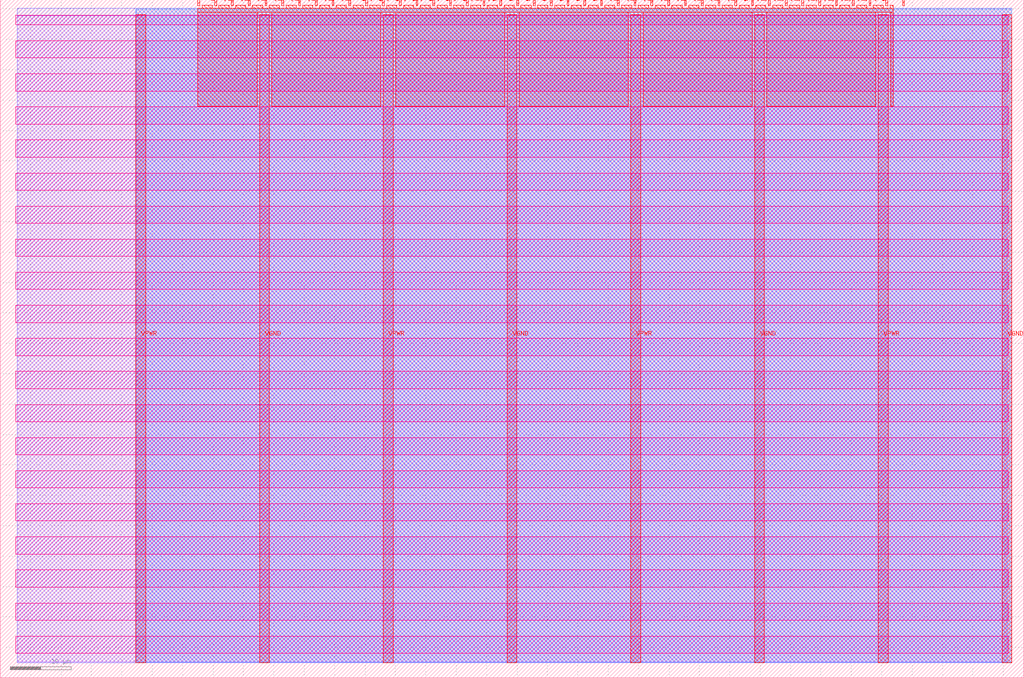
<source format=lef>
VERSION 5.7 ;
  NOWIREEXTENSIONATPIN ON ;
  DIVIDERCHAR "/" ;
  BUSBITCHARS "[]" ;
MACRO tt_um_reflex_game
  CLASS BLOCK ;
  FOREIGN tt_um_reflex_game ;
  ORIGIN 0.000 0.000 ;
  SIZE 168.360 BY 111.520 ;
  PIN VGND
    DIRECTION INOUT ;
    USE GROUND ;
    PORT
      LAYER met4 ;
        RECT 42.670 2.480 44.270 109.040 ;
    END
    PORT
      LAYER met4 ;
        RECT 83.380 2.480 84.980 109.040 ;
    END
    PORT
      LAYER met4 ;
        RECT 124.090 2.480 125.690 109.040 ;
    END
    PORT
      LAYER met4 ;
        RECT 164.800 2.480 166.400 109.040 ;
    END
  END VGND
  PIN VPWR
    DIRECTION INOUT ;
    USE POWER ;
    PORT
      LAYER met4 ;
        RECT 22.315 2.480 23.915 109.040 ;
    END
    PORT
      LAYER met4 ;
        RECT 63.025 2.480 64.625 109.040 ;
    END
    PORT
      LAYER met4 ;
        RECT 103.735 2.480 105.335 109.040 ;
    END
    PORT
      LAYER met4 ;
        RECT 144.445 2.480 146.045 109.040 ;
    END
  END VPWR
  PIN clk
    DIRECTION INPUT ;
    USE SIGNAL ;
    ANTENNAGATEAREA 0.852000 ;
    PORT
      LAYER met4 ;
        RECT 145.670 110.520 145.970 111.520 ;
    END
  END clk
  PIN ena
    DIRECTION INPUT ;
    USE SIGNAL ;
    PORT
      LAYER met4 ;
        RECT 148.430 110.520 148.730 111.520 ;
    END
  END ena
  PIN rst_n
    DIRECTION INPUT ;
    USE SIGNAL ;
    ANTENNAGATEAREA 0.213000 ;
    PORT
      LAYER met4 ;
        RECT 142.910 110.520 143.210 111.520 ;
    END
  END rst_n
  PIN ui_in[0]
    DIRECTION INPUT ;
    USE SIGNAL ;
    ANTENNAGATEAREA 0.196500 ;
    PORT
      LAYER met4 ;
        RECT 140.150 110.520 140.450 111.520 ;
    END
  END ui_in[0]
  PIN ui_in[1]
    DIRECTION INPUT ;
    USE SIGNAL ;
    ANTENNAGATEAREA 0.196500 ;
    PORT
      LAYER met4 ;
        RECT 137.390 110.520 137.690 111.520 ;
    END
  END ui_in[1]
  PIN ui_in[2]
    DIRECTION INPUT ;
    USE SIGNAL ;
    ANTENNAGATEAREA 0.196500 ;
    PORT
      LAYER met4 ;
        RECT 134.630 110.520 134.930 111.520 ;
    END
  END ui_in[2]
  PIN ui_in[3]
    DIRECTION INPUT ;
    USE SIGNAL ;
    ANTENNAGATEAREA 0.196500 ;
    PORT
      LAYER met4 ;
        RECT 131.870 110.520 132.170 111.520 ;
    END
  END ui_in[3]
  PIN ui_in[4]
    DIRECTION INPUT ;
    USE SIGNAL ;
    ANTENNAGATEAREA 0.196500 ;
    PORT
      LAYER met4 ;
        RECT 129.110 110.520 129.410 111.520 ;
    END
  END ui_in[4]
  PIN ui_in[5]
    DIRECTION INPUT ;
    USE SIGNAL ;
    ANTENNAGATEAREA 0.196500 ;
    PORT
      LAYER met4 ;
        RECT 126.350 110.520 126.650 111.520 ;
    END
  END ui_in[5]
  PIN ui_in[6]
    DIRECTION INPUT ;
    USE SIGNAL ;
    ANTENNAGATEAREA 0.196500 ;
    PORT
      LAYER met4 ;
        RECT 123.590 110.520 123.890 111.520 ;
    END
  END ui_in[6]
  PIN ui_in[7]
    DIRECTION INPUT ;
    USE SIGNAL ;
    ANTENNAGATEAREA 0.196500 ;
    PORT
      LAYER met4 ;
        RECT 120.830 110.520 121.130 111.520 ;
    END
  END ui_in[7]
  PIN uio_in[0]
    DIRECTION INPUT ;
    USE SIGNAL ;
    ANTENNAGATEAREA 0.159000 ;
    PORT
      LAYER met4 ;
        RECT 118.070 110.520 118.370 111.520 ;
    END
  END uio_in[0]
  PIN uio_in[1]
    DIRECTION INPUT ;
    USE SIGNAL ;
    PORT
      LAYER met4 ;
        RECT 115.310 110.520 115.610 111.520 ;
    END
  END uio_in[1]
  PIN uio_in[2]
    DIRECTION INPUT ;
    USE SIGNAL ;
    PORT
      LAYER met4 ;
        RECT 112.550 110.520 112.850 111.520 ;
    END
  END uio_in[2]
  PIN uio_in[3]
    DIRECTION INPUT ;
    USE SIGNAL ;
    PORT
      LAYER met4 ;
        RECT 109.790 110.520 110.090 111.520 ;
    END
  END uio_in[3]
  PIN uio_in[4]
    DIRECTION INPUT ;
    USE SIGNAL ;
    PORT
      LAYER met4 ;
        RECT 107.030 110.520 107.330 111.520 ;
    END
  END uio_in[4]
  PIN uio_in[5]
    DIRECTION INPUT ;
    USE SIGNAL ;
    PORT
      LAYER met4 ;
        RECT 104.270 110.520 104.570 111.520 ;
    END
  END uio_in[5]
  PIN uio_in[6]
    DIRECTION INPUT ;
    USE SIGNAL ;
    PORT
      LAYER met4 ;
        RECT 101.510 110.520 101.810 111.520 ;
    END
  END uio_in[6]
  PIN uio_in[7]
    DIRECTION INPUT ;
    USE SIGNAL ;
    PORT
      LAYER met4 ;
        RECT 98.750 110.520 99.050 111.520 ;
    END
  END uio_in[7]
  PIN uio_oe[0]
    DIRECTION OUTPUT TRISTATE ;
    USE SIGNAL ;
    PORT
      LAYER met4 ;
        RECT 51.830 110.520 52.130 111.520 ;
    END
  END uio_oe[0]
  PIN uio_oe[1]
    DIRECTION OUTPUT TRISTATE ;
    USE SIGNAL ;
    PORT
      LAYER met4 ;
        RECT 49.070 110.520 49.370 111.520 ;
    END
  END uio_oe[1]
  PIN uio_oe[2]
    DIRECTION OUTPUT TRISTATE ;
    USE SIGNAL ;
    PORT
      LAYER met4 ;
        RECT 46.310 110.520 46.610 111.520 ;
    END
  END uio_oe[2]
  PIN uio_oe[3]
    DIRECTION OUTPUT TRISTATE ;
    USE SIGNAL ;
    PORT
      LAYER met4 ;
        RECT 43.550 110.520 43.850 111.520 ;
    END
  END uio_oe[3]
  PIN uio_oe[4]
    DIRECTION OUTPUT TRISTATE ;
    USE SIGNAL ;
    PORT
      LAYER met4 ;
        RECT 40.790 110.520 41.090 111.520 ;
    END
  END uio_oe[4]
  PIN uio_oe[5]
    DIRECTION OUTPUT TRISTATE ;
    USE SIGNAL ;
    PORT
      LAYER met4 ;
        RECT 38.030 110.520 38.330 111.520 ;
    END
  END uio_oe[5]
  PIN uio_oe[6]
    DIRECTION OUTPUT TRISTATE ;
    USE SIGNAL ;
    PORT
      LAYER met4 ;
        RECT 35.270 110.520 35.570 111.520 ;
    END
  END uio_oe[6]
  PIN uio_oe[7]
    DIRECTION OUTPUT TRISTATE ;
    USE SIGNAL ;
    PORT
      LAYER met4 ;
        RECT 32.510 110.520 32.810 111.520 ;
    END
  END uio_oe[7]
  PIN uio_out[0]
    DIRECTION OUTPUT TRISTATE ;
    USE SIGNAL ;
    PORT
      LAYER met4 ;
        RECT 73.910 110.520 74.210 111.520 ;
    END
  END uio_out[0]
  PIN uio_out[1]
    DIRECTION OUTPUT TRISTATE ;
    USE SIGNAL ;
    ANTENNADIFFAREA 0.445500 ;
    PORT
      LAYER met4 ;
        RECT 71.150 110.520 71.450 111.520 ;
    END
  END uio_out[1]
  PIN uio_out[2]
    DIRECTION OUTPUT TRISTATE ;
    USE SIGNAL ;
    ANTENNADIFFAREA 0.445500 ;
    PORT
      LAYER met4 ;
        RECT 68.390 110.520 68.690 111.520 ;
    END
  END uio_out[2]
  PIN uio_out[3]
    DIRECTION OUTPUT TRISTATE ;
    USE SIGNAL ;
    PORT
      LAYER met4 ;
        RECT 65.630 110.520 65.930 111.520 ;
    END
  END uio_out[3]
  PIN uio_out[4]
    DIRECTION OUTPUT TRISTATE ;
    USE SIGNAL ;
    PORT
      LAYER met4 ;
        RECT 62.870 110.520 63.170 111.520 ;
    END
  END uio_out[4]
  PIN uio_out[5]
    DIRECTION OUTPUT TRISTATE ;
    USE SIGNAL ;
    PORT
      LAYER met4 ;
        RECT 60.110 110.520 60.410 111.520 ;
    END
  END uio_out[5]
  PIN uio_out[6]
    DIRECTION OUTPUT TRISTATE ;
    USE SIGNAL ;
    PORT
      LAYER met4 ;
        RECT 57.350 110.520 57.650 111.520 ;
    END
  END uio_out[6]
  PIN uio_out[7]
    DIRECTION OUTPUT TRISTATE ;
    USE SIGNAL ;
    PORT
      LAYER met4 ;
        RECT 54.590 110.520 54.890 111.520 ;
    END
  END uio_out[7]
  PIN uo_out[0]
    DIRECTION OUTPUT TRISTATE ;
    USE SIGNAL ;
    ANTENNAGATEAREA 0.252000 ;
    ANTENNADIFFAREA 0.891000 ;
    PORT
      LAYER met4 ;
        RECT 95.990 110.520 96.290 111.520 ;
    END
  END uo_out[0]
  PIN uo_out[1]
    DIRECTION OUTPUT TRISTATE ;
    USE SIGNAL ;
    ANTENNAGATEAREA 0.252000 ;
    ANTENNADIFFAREA 0.891000 ;
    PORT
      LAYER met4 ;
        RECT 93.230 110.520 93.530 111.520 ;
    END
  END uo_out[1]
  PIN uo_out[2]
    DIRECTION OUTPUT TRISTATE ;
    USE SIGNAL ;
    ANTENNAGATEAREA 0.252000 ;
    ANTENNADIFFAREA 0.891000 ;
    PORT
      LAYER met4 ;
        RECT 90.470 110.520 90.770 111.520 ;
    END
  END uo_out[2]
  PIN uo_out[3]
    DIRECTION OUTPUT TRISTATE ;
    USE SIGNAL ;
    ANTENNAGATEAREA 0.252000 ;
    ANTENNADIFFAREA 0.891000 ;
    PORT
      LAYER met4 ;
        RECT 87.710 110.520 88.010 111.520 ;
    END
  END uo_out[3]
  PIN uo_out[4]
    DIRECTION OUTPUT TRISTATE ;
    USE SIGNAL ;
    ANTENNAGATEAREA 0.252000 ;
    ANTENNADIFFAREA 0.891000 ;
    PORT
      LAYER met4 ;
        RECT 84.950 110.520 85.250 111.520 ;
    END
  END uo_out[4]
  PIN uo_out[5]
    DIRECTION OUTPUT TRISTATE ;
    USE SIGNAL ;
    ANTENNAGATEAREA 0.252000 ;
    ANTENNADIFFAREA 0.445500 ;
    PORT
      LAYER met4 ;
        RECT 82.190 110.520 82.490 111.520 ;
    END
  END uo_out[5]
  PIN uo_out[6]
    DIRECTION OUTPUT TRISTATE ;
    USE SIGNAL ;
    ANTENNAGATEAREA 0.252000 ;
    ANTENNADIFFAREA 0.891000 ;
    PORT
      LAYER met4 ;
        RECT 79.430 110.520 79.730 111.520 ;
    END
  END uo_out[6]
  PIN uo_out[7]
    DIRECTION OUTPUT TRISTATE ;
    USE SIGNAL ;
    ANTENNAGATEAREA 0.252000 ;
    ANTENNADIFFAREA 0.891000 ;
    PORT
      LAYER met4 ;
        RECT 76.670 110.520 76.970 111.520 ;
    END
  END uo_out[7]
  OBS
      LAYER nwell ;
        RECT 2.570 107.385 165.790 108.990 ;
        RECT 2.570 101.945 165.790 104.775 ;
        RECT 2.570 96.505 165.790 99.335 ;
        RECT 2.570 91.065 165.790 93.895 ;
        RECT 2.570 85.625 165.790 88.455 ;
        RECT 2.570 80.185 165.790 83.015 ;
        RECT 2.570 74.745 165.790 77.575 ;
        RECT 2.570 69.305 165.790 72.135 ;
        RECT 2.570 63.865 165.790 66.695 ;
        RECT 2.570 58.425 165.790 61.255 ;
        RECT 2.570 52.985 165.790 55.815 ;
        RECT 2.570 47.545 165.790 50.375 ;
        RECT 2.570 42.105 165.790 44.935 ;
        RECT 2.570 36.665 165.790 39.495 ;
        RECT 2.570 31.225 165.790 34.055 ;
        RECT 2.570 25.785 165.790 28.615 ;
        RECT 2.570 20.345 165.790 23.175 ;
        RECT 2.570 14.905 165.790 17.735 ;
        RECT 2.570 9.465 165.790 12.295 ;
        RECT 2.570 4.025 165.790 6.855 ;
      LAYER li1 ;
        RECT 2.760 2.635 165.600 108.885 ;
      LAYER met1 ;
        RECT 2.760 2.480 166.400 110.120 ;
      LAYER met2 ;
        RECT 22.345 2.535 166.370 110.150 ;
      LAYER met3 ;
        RECT 22.325 2.555 166.390 109.985 ;
      LAYER met4 ;
        RECT 33.210 110.120 34.870 110.650 ;
        RECT 35.970 110.120 37.630 110.650 ;
        RECT 38.730 110.120 40.390 110.650 ;
        RECT 41.490 110.120 43.150 110.650 ;
        RECT 44.250 110.120 45.910 110.650 ;
        RECT 47.010 110.120 48.670 110.650 ;
        RECT 49.770 110.120 51.430 110.650 ;
        RECT 52.530 110.120 54.190 110.650 ;
        RECT 55.290 110.120 56.950 110.650 ;
        RECT 58.050 110.120 59.710 110.650 ;
        RECT 60.810 110.120 62.470 110.650 ;
        RECT 63.570 110.120 65.230 110.650 ;
        RECT 66.330 110.120 67.990 110.650 ;
        RECT 69.090 110.120 70.750 110.650 ;
        RECT 71.850 110.120 73.510 110.650 ;
        RECT 74.610 110.120 76.270 110.650 ;
        RECT 77.370 110.120 79.030 110.650 ;
        RECT 80.130 110.120 81.790 110.650 ;
        RECT 82.890 110.120 84.550 110.650 ;
        RECT 85.650 110.120 87.310 110.650 ;
        RECT 88.410 110.120 90.070 110.650 ;
        RECT 91.170 110.120 92.830 110.650 ;
        RECT 93.930 110.120 95.590 110.650 ;
        RECT 96.690 110.120 98.350 110.650 ;
        RECT 99.450 110.120 101.110 110.650 ;
        RECT 102.210 110.120 103.870 110.650 ;
        RECT 104.970 110.120 106.630 110.650 ;
        RECT 107.730 110.120 109.390 110.650 ;
        RECT 110.490 110.120 112.150 110.650 ;
        RECT 113.250 110.120 114.910 110.650 ;
        RECT 116.010 110.120 117.670 110.650 ;
        RECT 118.770 110.120 120.430 110.650 ;
        RECT 121.530 110.120 123.190 110.650 ;
        RECT 124.290 110.120 125.950 110.650 ;
        RECT 127.050 110.120 128.710 110.650 ;
        RECT 129.810 110.120 131.470 110.650 ;
        RECT 132.570 110.120 134.230 110.650 ;
        RECT 135.330 110.120 136.990 110.650 ;
        RECT 138.090 110.120 139.750 110.650 ;
        RECT 140.850 110.120 142.510 110.650 ;
        RECT 143.610 110.120 145.270 110.650 ;
        RECT 146.370 110.120 146.905 110.650 ;
        RECT 32.495 109.440 146.905 110.120 ;
        RECT 32.495 94.015 42.270 109.440 ;
        RECT 44.670 94.015 62.625 109.440 ;
        RECT 65.025 94.015 82.980 109.440 ;
        RECT 85.380 94.015 103.335 109.440 ;
        RECT 105.735 94.015 123.690 109.440 ;
        RECT 126.090 94.015 144.045 109.440 ;
        RECT 146.445 94.015 146.905 109.440 ;
  END
END tt_um_reflex_game
END LIBRARY


</source>
